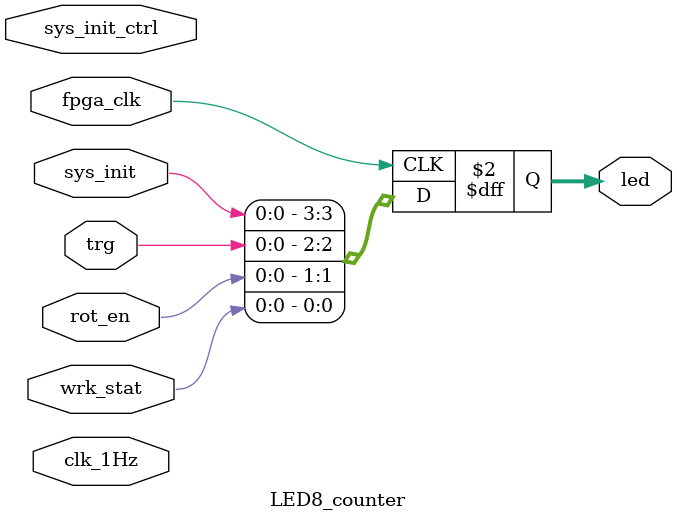
<source format=v>
`timescale 1ns / 1ps


module LED8_counter(
    input sys_init_ctrl,
    input fpga_clk,
    input clk_1Hz,
    output reg [3:0] led,
    
    input sys_init,
    input trg,
    input rot_en,
    input wrk_stat
    );
      
    always @(posedge fpga_clk) begin
        led[3] <= sys_init;
        led[2] <= trg;
        led[1] <= rot_en;
        led[0] <= wrk_stat;
    end 
    
    
endmodule

</source>
